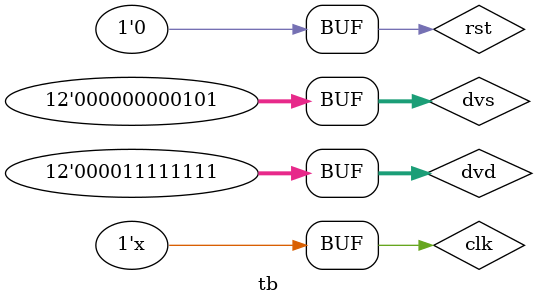
<source format=sv>
module tb ();

parameter integer WIDTH     = 12;

logic clk = 1;
logic rst = 1;

always #1 clk <= !clk;

logic [WIDTH-1:0] dvd; // divident
logic [WIDTH-1:0] dvs; // divisor
logic [WIDTH-1:0] quo;
logic rdy;

initial begin
	#10 rst <= 0;
	#20 
	dvd <= 255;
	dvs <= 3;
	#20
	dvs <= 5;
end

int_divider #(
    .WIDTH (12)
) dut (
    .clk (clk),
    .rst (rst),
    .dvd (dvd), // divident
    .dvs (dvs), // divisor
    .quo (quo),
    .rdy (rdy)
);

endmodule

</source>
